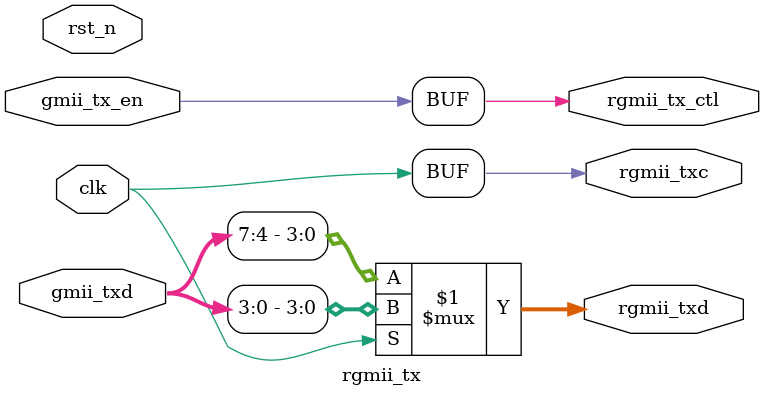
<source format=sv>
module rgmii_tx 
   (
    input wire clk,
    input wire rst_n,
    input wire [7:0] gmii_txd,
    input wire gmii_tx_en,
     
    output wire [3:0] rgmii_txd,
    output wire rgmii_tx_ctl,
    output wire rgmii_txc
   );
  
  
  assign rgmii_txc = clk;
  assign rgmii_txd = (clk) ? gmii_txd[3:0] : gmii_txd[7:4];
  assign rgmii_tx_ctl = gmii_tx_en;

  
endmodule

</source>
